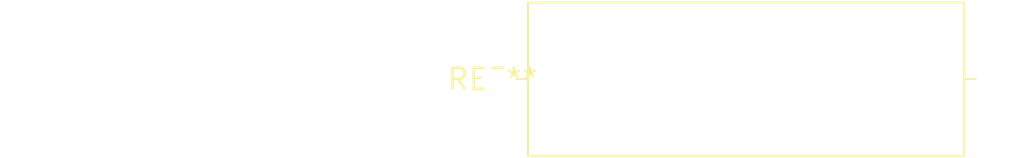
<source format=kicad_pcb>
(kicad_pcb (version 20240108) (generator pcbnew)
  (layers (0 "F.Cu" signal) (31 "B.Cu" signal) (34 "B.Paste" user) (35 "F.Paste" user) (36 "B.SilkS" user "B.Silkscreen") (37 "F.SilkS" user "F.Silkscreen") (38 "B.Mask" user) (39 "F.Mask" user) (44 "Edge.Cuts" user))
  (net 0 "")
  (footprint "L_Axial_L26.0mm_D9.0mm_P30.48mm_Horizontal_Fastron_77A" (layer "F.Cu") (at 0 0)
    (property "Reference" "REF**")
    (property "Value" "L_Axial_L26.0mm_D9.0mm_P30.48mm_Horizontal_Fastron_77A")
    (fp_line (start 1.44 0) (end 2.12 0) (layer "F.SilkS") (stroke (width 0.12)))
    (fp_line (start 2.12 -4.62) (end 2.12 4.62) (layer "F.SilkS") (stroke (width 0.12)))
    (fp_line (start 2.12 4.62) (end 28.36 4.62) (layer "F.SilkS") (stroke (width 0.12)))
    (fp_line (start 28.36 -4.62) (end 2.12 -4.62) (layer "F.SilkS") (stroke (width 0.12)))
    (fp_line (start 28.36 4.62) (end 28.36 -4.62) (layer "F.SilkS") (stroke (width 0.12)))
    (fp_line (start 29.04 0) (end 28.36 0) (layer "F.SilkS") (stroke (width 0.12)))
    (pad "1" thru_hole circle (at 0 0) (size 2.4 2.4) (drill 1.2) (layers *.Cu *.Mask) (remove_unused_layers))
    (pad "2" thru_hole oval (at 30.48 0) (size 2.4 2.4) (drill 1.2) (layers *.Cu *.Mask) (remove_unused_layers))
  )
)
</source>
